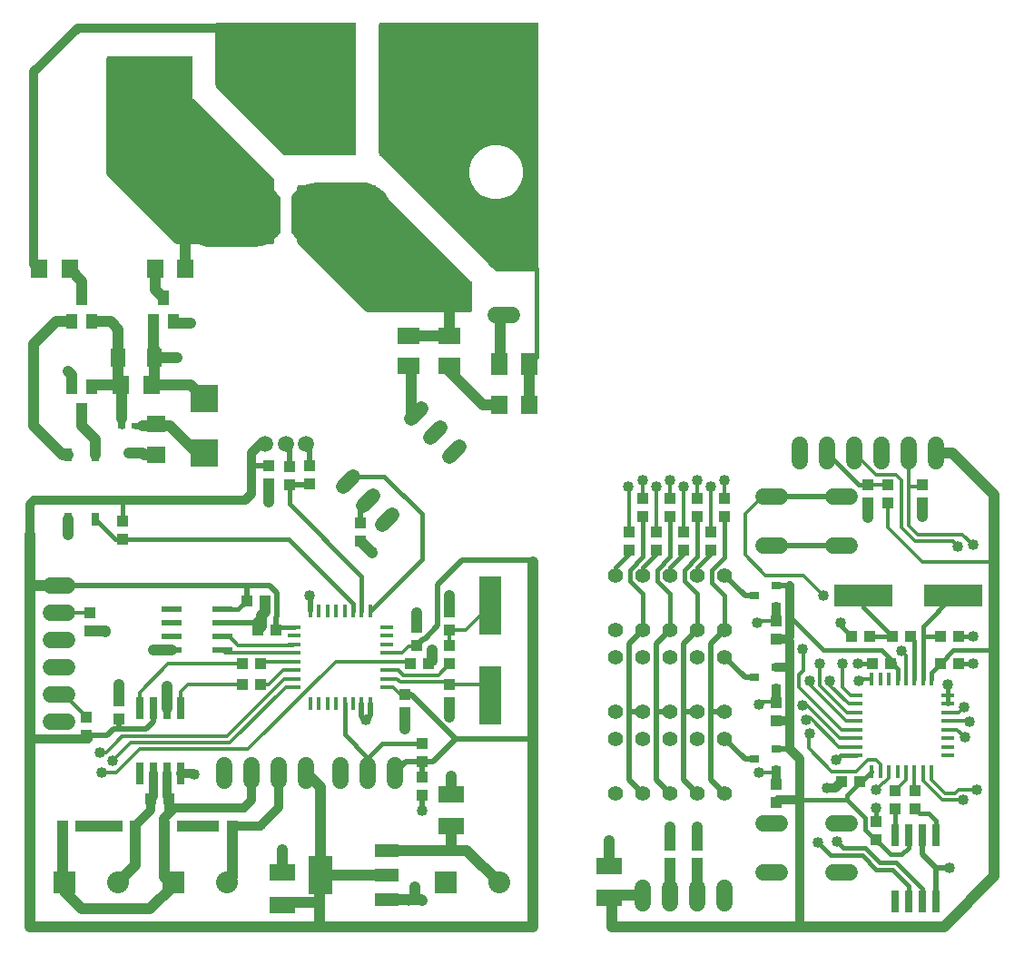
<source format=gbr>
G04 EAGLE Gerber X2 export*
%TF.Part,Single*%
%TF.FileFunction,Copper,L1,Top,Mixed*%
%TF.FilePolarity,Positive*%
%TF.GenerationSoftware,Autodesk,EAGLE,9.1.3*%
%TF.CreationDate,2018-09-12T19:46:09Z*%
G75*
%MOMM*%
%FSLAX34Y34*%
%LPD*%
%AMOC8*
5,1,8,0,0,1.08239X$1,22.5*%
G01*
%ADD10C,1.008000*%
%ADD11C,4.000000*%
%ADD12C,1.500000*%
%ADD13R,1.100000X1.000000*%
%ADD14R,1.000000X1.100000*%
%ADD15R,2.032000X2.032000*%
%ADD16C,2.032000*%
%ADD17R,1.000000X1.400000*%
%ADD18R,1.600000X1.803000*%
%ADD19R,1.803000X1.600000*%
%ADD20R,1.400000X1.800000*%
%ADD21R,0.700000X0.500000*%
%ADD22R,2.500000X2.550000*%
%ADD23R,0.800000X1.200000*%
%ADD24C,1.524000*%
%ADD25C,1.320800*%
%ADD26R,1.600000X1.800000*%
%ADD27R,2.000000X1.600000*%
%ADD28R,1.600000X2.000000*%
%ADD29R,1.200000X0.400000*%
%ADD30R,0.400000X1.200000*%
%ADD31R,2.235200X1.219200*%
%ADD32R,2.200000X3.600000*%
%ADD33R,2.400000X1.600000*%
%ADD34R,2.000000X5.500000*%
%ADD35R,1.981200X0.558800*%
%ADD36R,0.660400X2.032000*%
%ADD37C,1.508000*%
%ADD38C,1.408000*%
%ADD39R,0.900000X0.800000*%
%ADD40R,5.500000X2.000000*%
%ADD41C,1.016000*%
%ADD42C,0.304800*%
%ADD43C,0.812800*%
%ADD44C,0.406400*%
%ADD45C,0.508000*%
%ADD46C,1.016000*%
%ADD47C,1.006400*%
%ADD48C,0.609600*%

G36*
X487826Y626621D02*
X487826Y626621D01*
X487844Y626619D01*
X488026Y626640D01*
X488209Y626659D01*
X488226Y626664D01*
X488243Y626666D01*
X488418Y626723D01*
X488594Y626777D01*
X488609Y626785D01*
X488626Y626791D01*
X488786Y626881D01*
X488948Y626969D01*
X488961Y626980D01*
X488977Y626989D01*
X489116Y627109D01*
X489257Y627226D01*
X489268Y627240D01*
X489282Y627252D01*
X489394Y627397D01*
X489509Y627540D01*
X489517Y627556D01*
X489528Y627570D01*
X489610Y627735D01*
X489695Y627897D01*
X489700Y627914D01*
X489708Y627931D01*
X489755Y628109D01*
X489806Y628284D01*
X489808Y628302D01*
X489812Y628319D01*
X489839Y628650D01*
X489839Y856808D01*
X489837Y856826D01*
X489839Y856844D01*
X489818Y857026D01*
X489799Y857209D01*
X489794Y857226D01*
X489792Y857243D01*
X489735Y857418D01*
X489681Y857594D01*
X489673Y857609D01*
X489667Y857626D01*
X489577Y857786D01*
X489489Y857948D01*
X489478Y857961D01*
X489469Y857977D01*
X489349Y858116D01*
X489232Y858257D01*
X489218Y858268D01*
X489206Y858282D01*
X489061Y858394D01*
X488918Y858509D01*
X488902Y858517D01*
X488888Y858528D01*
X488723Y858610D01*
X488561Y858695D01*
X488544Y858700D01*
X488528Y858708D01*
X488349Y858755D01*
X488174Y858806D01*
X488156Y858808D01*
X488139Y858812D01*
X487808Y858839D01*
X342900Y858839D01*
X342882Y858837D01*
X342864Y858839D01*
X342682Y858818D01*
X342499Y858799D01*
X342482Y858794D01*
X342465Y858792D01*
X342290Y858735D01*
X342114Y858681D01*
X342099Y858673D01*
X342082Y858667D01*
X341922Y858577D01*
X341760Y858489D01*
X341747Y858478D01*
X341731Y858469D01*
X341592Y858349D01*
X341451Y858232D01*
X341440Y858218D01*
X341427Y858206D01*
X341314Y858061D01*
X341199Y857918D01*
X341191Y857902D01*
X341180Y857888D01*
X341098Y857723D01*
X341013Y857561D01*
X341008Y857544D01*
X341000Y857528D01*
X340953Y857349D01*
X340902Y857174D01*
X340900Y857156D01*
X340896Y857139D01*
X340869Y856808D01*
X340869Y736600D01*
X340871Y736573D01*
X340869Y736547D01*
X340891Y736373D01*
X340909Y736199D01*
X340917Y736174D01*
X340920Y736147D01*
X340976Y735982D01*
X341027Y735814D01*
X341040Y735791D01*
X341048Y735766D01*
X341135Y735614D01*
X341219Y735460D01*
X341236Y735440D01*
X341249Y735417D01*
X341464Y735164D01*
X449414Y627214D01*
X449434Y627197D01*
X449452Y627177D01*
X449590Y627069D01*
X449725Y626959D01*
X449749Y626946D01*
X449770Y626930D01*
X449927Y626852D01*
X450081Y626770D01*
X450106Y626762D01*
X450131Y626750D01*
X450300Y626705D01*
X450467Y626655D01*
X450493Y626653D01*
X450519Y626646D01*
X450850Y626619D01*
X487808Y626619D01*
X487826Y626621D01*
G37*
G36*
X225426Y649376D02*
X225426Y649376D01*
X225629Y649390D01*
X230004Y649992D01*
X230015Y649994D01*
X230027Y649995D01*
X230228Y650040D01*
X234459Y651301D01*
X234470Y651306D01*
X234482Y651308D01*
X234673Y651383D01*
X236014Y652019D01*
X241300Y652019D01*
X241318Y652021D01*
X241336Y652019D01*
X241518Y652040D01*
X241701Y652059D01*
X241718Y652064D01*
X241735Y652066D01*
X241910Y652123D01*
X242086Y652177D01*
X242101Y652185D01*
X242118Y652191D01*
X242278Y652281D01*
X242440Y652369D01*
X242453Y652380D01*
X242469Y652389D01*
X242608Y652509D01*
X242749Y652626D01*
X242760Y652640D01*
X242774Y652652D01*
X242886Y652797D01*
X243001Y652940D01*
X243009Y652956D01*
X243020Y652970D01*
X243102Y653135D01*
X243187Y653297D01*
X243192Y653314D01*
X243200Y653331D01*
X243247Y653509D01*
X243298Y653684D01*
X243300Y653702D01*
X243304Y653719D01*
X243331Y654050D01*
X243331Y656598D01*
X245931Y659013D01*
X245939Y659023D01*
X245949Y659030D01*
X246087Y659182D01*
X248826Y662645D01*
X248854Y662690D01*
X248888Y662729D01*
X248944Y662837D01*
X249008Y662939D01*
X249024Y662989D01*
X249049Y663036D01*
X249079Y663153D01*
X249117Y663267D01*
X249122Y663319D01*
X249135Y663370D01*
X249149Y663575D01*
X249149Y695325D01*
X249142Y695390D01*
X249144Y695455D01*
X249122Y695561D01*
X249109Y695668D01*
X249087Y695730D01*
X249074Y695794D01*
X249029Y695892D01*
X248992Y695994D01*
X248956Y696048D01*
X248929Y696107D01*
X248810Y696275D01*
X246022Y699681D01*
X246017Y699686D01*
X246013Y699692D01*
X245871Y699840D01*
X243331Y702153D01*
X243331Y711200D01*
X243329Y711227D01*
X243331Y711253D01*
X243309Y711427D01*
X243291Y711601D01*
X243284Y711626D01*
X243280Y711653D01*
X243225Y711818D01*
X243173Y711986D01*
X243160Y712009D01*
X243152Y712034D01*
X243065Y712186D01*
X242981Y712340D01*
X242964Y712360D01*
X242951Y712383D01*
X242736Y712636D01*
X167131Y788241D01*
X167131Y825500D01*
X167129Y825518D01*
X167131Y825536D01*
X167110Y825718D01*
X167091Y825901D01*
X167086Y825918D01*
X167084Y825935D01*
X167027Y826110D01*
X166973Y826286D01*
X166965Y826301D01*
X166959Y826318D01*
X166869Y826478D01*
X166781Y826640D01*
X166770Y826653D01*
X166761Y826669D01*
X166641Y826808D01*
X166524Y826949D01*
X166510Y826960D01*
X166498Y826974D01*
X166353Y827086D01*
X166210Y827201D01*
X166194Y827209D01*
X166180Y827220D01*
X166015Y827302D01*
X165853Y827387D01*
X165836Y827392D01*
X165820Y827400D01*
X165641Y827447D01*
X165466Y827498D01*
X165448Y827500D01*
X165431Y827504D01*
X165100Y827531D01*
X88900Y827531D01*
X88882Y827529D01*
X88864Y827531D01*
X88682Y827510D01*
X88499Y827491D01*
X88482Y827486D01*
X88465Y827484D01*
X88290Y827427D01*
X88114Y827373D01*
X88099Y827365D01*
X88082Y827359D01*
X87922Y827269D01*
X87760Y827181D01*
X87747Y827170D01*
X87731Y827161D01*
X87592Y827041D01*
X87451Y826924D01*
X87440Y826910D01*
X87427Y826898D01*
X87314Y826753D01*
X87199Y826610D01*
X87191Y826594D01*
X87180Y826580D01*
X87098Y826415D01*
X87013Y826253D01*
X87008Y826236D01*
X87000Y826220D01*
X86953Y826041D01*
X86902Y825866D01*
X86900Y825848D01*
X86896Y825831D01*
X86869Y825500D01*
X86869Y717550D01*
X86871Y717523D01*
X86869Y717497D01*
X86891Y717323D01*
X86909Y717149D01*
X86917Y717124D01*
X86920Y717097D01*
X86976Y716932D01*
X87027Y716764D01*
X87040Y716741D01*
X87048Y716716D01*
X87135Y716564D01*
X87219Y716410D01*
X87236Y716390D01*
X87249Y716367D01*
X87464Y716114D01*
X150964Y652614D01*
X150984Y652597D01*
X151002Y652577D01*
X151140Y652469D01*
X151275Y652359D01*
X151299Y652346D01*
X151320Y652330D01*
X151477Y652252D01*
X151631Y652170D01*
X151656Y652162D01*
X151681Y652150D01*
X151850Y652105D01*
X152017Y652055D01*
X152043Y652053D01*
X152069Y652046D01*
X152400Y652019D01*
X171944Y652019D01*
X175180Y650749D01*
X175189Y650746D01*
X175197Y650742D01*
X175394Y650683D01*
X179558Y649733D01*
X179567Y649731D01*
X179576Y649728D01*
X179779Y649699D01*
X184038Y649380D01*
X184070Y649381D01*
X184150Y649376D01*
X225425Y649376D01*
X225426Y649376D01*
G37*
G36*
X317518Y734571D02*
X317518Y734571D01*
X317536Y734569D01*
X317718Y734590D01*
X317901Y734609D01*
X317918Y734614D01*
X317935Y734616D01*
X318110Y734673D01*
X318286Y734727D01*
X318301Y734735D01*
X318318Y734741D01*
X318478Y734831D01*
X318640Y734919D01*
X318653Y734930D01*
X318669Y734939D01*
X318808Y735059D01*
X318949Y735176D01*
X318960Y735190D01*
X318974Y735202D01*
X319086Y735347D01*
X319201Y735490D01*
X319209Y735506D01*
X319220Y735520D01*
X319302Y735685D01*
X319387Y735847D01*
X319392Y735864D01*
X319400Y735881D01*
X319447Y736059D01*
X319498Y736234D01*
X319500Y736252D01*
X319504Y736269D01*
X319531Y736600D01*
X319531Y856808D01*
X319529Y856826D01*
X319531Y856844D01*
X319510Y857026D01*
X319491Y857209D01*
X319486Y857226D01*
X319484Y857243D01*
X319427Y857418D01*
X319373Y857594D01*
X319365Y857609D01*
X319359Y857626D01*
X319269Y857786D01*
X319181Y857948D01*
X319170Y857961D01*
X319161Y857977D01*
X319041Y858116D01*
X318924Y858257D01*
X318910Y858268D01*
X318898Y858282D01*
X318753Y858394D01*
X318610Y858509D01*
X318594Y858517D01*
X318580Y858528D01*
X318415Y858610D01*
X318253Y858695D01*
X318236Y858700D01*
X318220Y858708D01*
X318041Y858755D01*
X317866Y858806D01*
X317848Y858808D01*
X317831Y858812D01*
X317500Y858839D01*
X190500Y858839D01*
X190482Y858837D01*
X190464Y858839D01*
X190282Y858818D01*
X190099Y858799D01*
X190082Y858794D01*
X190065Y858792D01*
X189890Y858735D01*
X189714Y858681D01*
X189699Y858673D01*
X189682Y858667D01*
X189522Y858577D01*
X189360Y858489D01*
X189347Y858478D01*
X189331Y858469D01*
X189192Y858349D01*
X189051Y858232D01*
X189040Y858218D01*
X189027Y858206D01*
X188914Y858061D01*
X188799Y857918D01*
X188791Y857902D01*
X188780Y857888D01*
X188698Y857723D01*
X188613Y857561D01*
X188608Y857544D01*
X188600Y857528D01*
X188553Y857349D01*
X188502Y857174D01*
X188500Y857156D01*
X188496Y857139D01*
X188469Y856808D01*
X188469Y800100D01*
X188471Y800073D01*
X188469Y800047D01*
X188491Y799873D01*
X188509Y799699D01*
X188517Y799674D01*
X188520Y799647D01*
X188576Y799482D01*
X188627Y799314D01*
X188640Y799291D01*
X188648Y799266D01*
X188735Y799114D01*
X188819Y798960D01*
X188836Y798940D01*
X188849Y798917D01*
X189064Y798664D01*
X252564Y735164D01*
X252584Y735147D01*
X252602Y735127D01*
X252740Y735019D01*
X252875Y734909D01*
X252899Y734896D01*
X252920Y734880D01*
X253077Y734802D01*
X253231Y734720D01*
X253256Y734712D01*
X253281Y734700D01*
X253450Y734655D01*
X253617Y734605D01*
X253643Y734603D01*
X253669Y734596D01*
X254000Y734569D01*
X317500Y734569D01*
X317518Y734571D01*
G37*
G36*
X425468Y588521D02*
X425468Y588521D01*
X425486Y588519D01*
X425668Y588540D01*
X425851Y588559D01*
X425868Y588564D01*
X425885Y588566D01*
X426060Y588623D01*
X426236Y588677D01*
X426251Y588685D01*
X426268Y588691D01*
X426428Y588781D01*
X426590Y588869D01*
X426603Y588880D01*
X426619Y588889D01*
X426758Y589009D01*
X426899Y589126D01*
X426910Y589140D01*
X426924Y589152D01*
X427036Y589297D01*
X427151Y589440D01*
X427159Y589456D01*
X427170Y589470D01*
X427252Y589635D01*
X427337Y589797D01*
X427342Y589814D01*
X427350Y589831D01*
X427397Y590009D01*
X427448Y590184D01*
X427450Y590202D01*
X427454Y590219D01*
X427481Y590550D01*
X427481Y615950D01*
X427479Y615977D01*
X427481Y616003D01*
X427459Y616177D01*
X427441Y616351D01*
X427434Y616376D01*
X427430Y616403D01*
X427375Y616568D01*
X427323Y616736D01*
X427310Y616759D01*
X427302Y616784D01*
X427215Y616936D01*
X427131Y617090D01*
X427114Y617110D01*
X427101Y617133D01*
X426886Y617386D01*
X350006Y694267D01*
X349947Y694388D01*
X349942Y694396D01*
X349939Y694405D01*
X349835Y694582D01*
X347430Y698111D01*
X347423Y698118D01*
X347419Y698126D01*
X347290Y698286D01*
X344385Y701417D01*
X344378Y701423D01*
X344372Y701431D01*
X344221Y701569D01*
X340882Y704232D01*
X340874Y704237D01*
X340867Y704244D01*
X340697Y704358D01*
X338846Y705427D01*
X337986Y706286D01*
X337966Y706303D01*
X337948Y706324D01*
X337810Y706431D01*
X337675Y706541D01*
X337651Y706554D01*
X337630Y706570D01*
X337473Y706648D01*
X337319Y706730D01*
X337294Y706738D01*
X337270Y706750D01*
X337100Y706795D01*
X336933Y706845D01*
X336907Y706847D01*
X336881Y706854D01*
X336550Y706881D01*
X336056Y706881D01*
X332820Y708151D01*
X332811Y708154D01*
X332803Y708158D01*
X332606Y708217D01*
X328443Y709168D01*
X328433Y709169D01*
X328424Y709172D01*
X328221Y709201D01*
X323962Y709520D01*
X323930Y709519D01*
X323850Y709524D01*
X282575Y709524D01*
X282574Y709524D01*
X282371Y709510D01*
X277996Y708909D01*
X277985Y708906D01*
X277973Y708905D01*
X277772Y708860D01*
X273541Y707599D01*
X273530Y707594D01*
X273518Y707592D01*
X273327Y707517D01*
X271986Y706881D01*
X266700Y706881D01*
X266682Y706879D01*
X266664Y706881D01*
X266482Y706860D01*
X266299Y706841D01*
X266282Y706836D01*
X266265Y706834D01*
X266090Y706777D01*
X265914Y706723D01*
X265899Y706715D01*
X265882Y706709D01*
X265722Y706619D01*
X265560Y706531D01*
X265547Y706520D01*
X265531Y706511D01*
X265392Y706391D01*
X265251Y706274D01*
X265240Y706260D01*
X265227Y706248D01*
X265114Y706103D01*
X264999Y705960D01*
X264991Y705944D01*
X264980Y705930D01*
X264898Y705765D01*
X264813Y705603D01*
X264808Y705586D01*
X264800Y705570D01*
X264753Y705391D01*
X264702Y705216D01*
X264700Y705198D01*
X264696Y705181D01*
X264669Y704850D01*
X264669Y702302D01*
X262069Y699887D01*
X262061Y699877D01*
X262051Y699870D01*
X261913Y699718D01*
X259174Y696255D01*
X259146Y696210D01*
X259112Y696171D01*
X259056Y696064D01*
X258992Y695961D01*
X258976Y695911D01*
X258951Y695864D01*
X258921Y695747D01*
X258883Y695633D01*
X258878Y695581D01*
X258865Y695530D01*
X258851Y695325D01*
X258851Y663575D01*
X258858Y663510D01*
X258856Y663445D01*
X258878Y663339D01*
X258891Y663232D01*
X258913Y663170D01*
X258926Y663106D01*
X258971Y663008D01*
X259008Y662906D01*
X259044Y662852D01*
X259071Y662793D01*
X259190Y662625D01*
X261978Y659219D01*
X261983Y659214D01*
X261987Y659208D01*
X262129Y659060D01*
X264669Y656747D01*
X264669Y654050D01*
X264671Y654023D01*
X264669Y653997D01*
X264691Y653823D01*
X264709Y653649D01*
X264717Y653624D01*
X264720Y653597D01*
X264776Y653432D01*
X264827Y653264D01*
X264840Y653241D01*
X264848Y653216D01*
X264935Y653064D01*
X265019Y652910D01*
X265036Y652890D01*
X265049Y652867D01*
X265264Y652614D01*
X328764Y589114D01*
X328784Y589097D01*
X328802Y589077D01*
X328940Y588969D01*
X329075Y588859D01*
X329099Y588846D01*
X329120Y588830D01*
X329277Y588752D01*
X329431Y588670D01*
X329456Y588662D01*
X329481Y588650D01*
X329650Y588605D01*
X329817Y588555D01*
X329843Y588553D01*
X329869Y588546D01*
X330200Y588519D01*
X425450Y588519D01*
X425468Y588521D01*
G37*
%LPC*%
G36*
X446688Y693839D02*
X446688Y693839D01*
X440288Y695554D01*
X434551Y698866D01*
X429866Y703551D01*
X426554Y709288D01*
X424839Y715688D01*
X424839Y722312D01*
X426554Y728712D01*
X429866Y734449D01*
X434551Y739134D01*
X440288Y742446D01*
X446688Y744161D01*
X453312Y744161D01*
X459712Y742446D01*
X465449Y739134D01*
X470134Y734449D01*
X473446Y728712D01*
X475161Y722312D01*
X475161Y715688D01*
X473446Y709288D01*
X470134Y703551D01*
X465449Y698866D01*
X459712Y695554D01*
X453312Y693839D01*
X446688Y693839D01*
G37*
%LPD*%
D10*
X165100Y685800D03*
X342900Y685800D03*
D11*
X324000Y679450D02*
X284000Y679450D01*
X224000Y679450D02*
X184000Y679450D01*
D12*
X234900Y465450D03*
X254000Y465450D03*
X273100Y465450D03*
D10*
X342900Y673100D03*
X165100Y673100D03*
X335750Y663200D03*
X324000Y659450D03*
X310750Y659450D03*
X297500Y659450D03*
X284000Y659450D03*
X272250Y663200D03*
X265000Y673200D03*
X265000Y685700D03*
X272250Y695700D03*
X284000Y699450D03*
X297500Y699450D03*
X310750Y699450D03*
X324000Y699450D03*
X335750Y695700D03*
X172250Y663200D03*
X184000Y659450D03*
X197250Y659450D03*
X210750Y659450D03*
X224000Y659450D03*
X235750Y663200D03*
X243000Y673200D03*
X243000Y685700D03*
X235750Y695700D03*
X224000Y699450D03*
X210750Y699450D03*
X197250Y699450D03*
X184000Y699450D03*
X172250Y695700D03*
D13*
X68263Y210675D03*
X68263Y193675D03*
D14*
X257175Y427500D03*
X257175Y444500D03*
X238125Y445625D03*
X238125Y428625D03*
D13*
X370350Y260350D03*
X387350Y260350D03*
X276225Y445625D03*
X276225Y428625D03*
X323850Y375113D03*
X323850Y392113D03*
D15*
X301200Y812500D03*
D16*
X351200Y812500D03*
D15*
X148800Y812500D03*
D16*
X198800Y812500D03*
D17*
X139700Y601550D03*
X149200Y579550D03*
X130200Y579550D03*
X63500Y601550D03*
X73000Y579550D03*
X54000Y579550D03*
D18*
X131830Y628650D03*
X160270Y628650D03*
X52320Y628650D03*
X23880Y628650D03*
X100080Y520700D03*
X128520Y520700D03*
D19*
X133350Y455680D03*
X133350Y484120D03*
D20*
X97300Y546100D03*
X131300Y546100D03*
D21*
X100950Y482600D03*
X113950Y482600D03*
D22*
X177800Y457350D03*
X177800Y507850D03*
D17*
X63500Y497000D03*
X54000Y519000D03*
X73000Y519000D03*
D23*
X76200Y455450D03*
X50800Y455450D03*
X50800Y395450D03*
X76200Y395450D03*
D13*
X101600Y376700D03*
X101600Y393700D03*
D24*
X449580Y636562D02*
X464820Y636562D01*
X414020Y611162D02*
X398780Y611162D01*
X449580Y585762D02*
X464820Y585762D01*
D25*
X317049Y435520D02*
X307709Y426180D01*
X325670Y408220D02*
X335009Y417559D01*
X388891Y471441D02*
X398230Y480780D01*
X380270Y498741D02*
X370930Y489401D01*
X352970Y399599D02*
X343630Y390259D01*
X406851Y453480D02*
X416191Y462820D01*
D26*
X452725Y501650D03*
X480725Y501650D03*
D27*
X368300Y538450D03*
X368300Y566450D03*
X406400Y538450D03*
X406400Y566450D03*
D28*
X480725Y539750D03*
X452725Y539750D03*
D29*
X347800Y270700D03*
X347800Y278700D03*
X347800Y286700D03*
X347800Y294700D03*
X347800Y262700D03*
X347800Y254700D03*
X347800Y246700D03*
X347800Y238700D03*
D30*
X308800Y309700D03*
X316800Y309700D03*
X324800Y309700D03*
X332800Y309700D03*
X300800Y309700D03*
X292800Y309700D03*
X284800Y309700D03*
X276800Y309700D03*
D29*
X261800Y294700D03*
X261800Y286700D03*
X261800Y278700D03*
X261800Y270700D03*
X261800Y262700D03*
X261800Y254700D03*
X261800Y246700D03*
X261800Y238700D03*
D30*
X276800Y223700D03*
X284800Y223700D03*
X292800Y223700D03*
X300800Y223700D03*
X308800Y223700D03*
X316800Y223700D03*
X324800Y223700D03*
X332800Y223700D03*
D31*
X348488Y40386D03*
X348488Y63500D03*
X348488Y86614D03*
D32*
X286510Y63500D03*
D15*
X402800Y56500D03*
D16*
X452800Y56500D03*
D33*
X407988Y108825D03*
X407988Y138825D03*
X250825Y35800D03*
X250825Y65800D03*
D24*
X50483Y333375D02*
X35243Y333375D01*
X35243Y307975D02*
X50483Y307975D01*
X50483Y282575D02*
X35243Y282575D01*
X35243Y257175D02*
X50483Y257175D01*
X50483Y231775D02*
X35243Y231775D01*
X35243Y206375D02*
X50483Y206375D01*
D34*
X444500Y231050D03*
X444500Y315050D03*
D35*
X147828Y311150D03*
X147828Y298450D03*
X147828Y285750D03*
X147828Y273050D03*
X195072Y273050D03*
X195072Y285750D03*
X195072Y298450D03*
X195072Y311150D03*
D14*
X71438Y290975D03*
X71438Y307975D03*
X406400Y224300D03*
X406400Y241300D03*
X406400Y309100D03*
X406400Y292100D03*
D13*
X406400Y277350D03*
X406400Y260350D03*
D14*
X365125Y214775D03*
X365125Y231775D03*
D13*
X227475Y292100D03*
X244475Y292100D03*
D14*
X376238Y294813D03*
X376238Y277813D03*
D13*
X234488Y319088D03*
X217488Y319088D03*
D36*
X155575Y219647D03*
X155575Y158179D03*
X142875Y219647D03*
X130175Y219647D03*
X142875Y158179D03*
X130175Y158179D03*
X117475Y219647D03*
X117475Y158179D03*
D14*
X98425Y225988D03*
X98425Y208988D03*
X213188Y241300D03*
X230188Y241300D03*
X213188Y260350D03*
X230188Y260350D03*
X128025Y134938D03*
X145025Y134938D03*
D15*
X47200Y56500D03*
D16*
X97200Y56500D03*
D13*
X203763Y109538D03*
X186763Y109538D03*
X140725Y109538D03*
X157725Y109538D03*
D15*
X148800Y56500D03*
D16*
X198800Y56500D03*
D13*
X113275Y109538D03*
X96275Y109538D03*
X45475Y109538D03*
X62475Y109538D03*
D37*
X196850Y151210D02*
X196850Y166290D01*
X222250Y166290D02*
X222250Y151210D01*
X247650Y151210D02*
X247650Y166290D01*
X273050Y166290D02*
X273050Y151210D01*
D38*
X561700Y139700D03*
X587100Y139700D03*
X612500Y139700D03*
X637900Y139700D03*
X663300Y139700D03*
X663300Y190500D03*
X637900Y190500D03*
X612500Y190500D03*
X587100Y190500D03*
X561700Y190500D03*
X561700Y215900D03*
X587100Y215900D03*
X612500Y215900D03*
X637900Y215900D03*
X663300Y215900D03*
X663300Y266700D03*
X637900Y266700D03*
X612500Y266700D03*
X587100Y266700D03*
X561700Y266700D03*
X561700Y292100D03*
X587100Y292100D03*
X612500Y292100D03*
X637900Y292100D03*
X663300Y292100D03*
X663300Y342900D03*
X637900Y342900D03*
X612500Y342900D03*
X587100Y342900D03*
X561700Y342900D03*
D37*
X663300Y51990D02*
X663300Y36910D01*
X637900Y36910D02*
X637900Y51990D01*
X612500Y51990D02*
X612500Y36910D01*
X587100Y36910D02*
X587100Y51990D01*
D13*
X815700Y427600D03*
X815700Y410600D03*
D14*
X796650Y427600D03*
X796650Y410600D03*
D30*
X824400Y246200D03*
X816400Y246200D03*
X808400Y246200D03*
X800400Y246200D03*
X832400Y246200D03*
X840400Y246200D03*
X848400Y246200D03*
X856400Y246200D03*
D29*
X785400Y207200D03*
X785400Y215200D03*
X785400Y223200D03*
X785400Y231200D03*
X785400Y199200D03*
X785400Y191200D03*
X785400Y183200D03*
X785400Y175200D03*
D30*
X800400Y160200D03*
X808400Y160200D03*
X816400Y160200D03*
X824400Y160200D03*
X832400Y160200D03*
X840400Y160200D03*
X848400Y160200D03*
X856400Y160200D03*
D29*
X871400Y175200D03*
X871400Y183200D03*
X871400Y191200D03*
X871400Y199200D03*
X871400Y207200D03*
X871400Y215200D03*
X871400Y223200D03*
X871400Y231200D03*
D13*
X800850Y260350D03*
X817850Y260350D03*
X881350Y260350D03*
X864350Y260350D03*
X772275Y150813D03*
X789275Y150813D03*
D36*
X860150Y100584D03*
X860150Y39116D03*
X847450Y100584D03*
X834750Y100584D03*
X847450Y39116D03*
X834750Y39116D03*
X822050Y100584D03*
X822050Y39116D03*
D14*
X804588Y113275D03*
X804588Y96275D03*
D13*
X841100Y124850D03*
X841100Y141850D03*
X822050Y124850D03*
X822050Y141850D03*
D14*
X612500Y74050D03*
X612500Y91050D03*
X637900Y74050D03*
X637900Y91050D03*
D33*
X555350Y42150D03*
X555350Y72150D03*
D13*
X599800Y366150D03*
X599800Y383150D03*
X587100Y397900D03*
X587100Y414900D03*
X574400Y366150D03*
X574400Y383150D03*
X663300Y397900D03*
X663300Y414900D03*
X650600Y366150D03*
X650600Y383150D03*
X637900Y397900D03*
X637900Y414900D03*
X625200Y366150D03*
X625200Y383150D03*
X612500Y397900D03*
X612500Y414900D03*
D39*
X711400Y161950D03*
X711400Y180950D03*
X691400Y171450D03*
X711400Y238150D03*
X711400Y257150D03*
X691400Y247650D03*
X711400Y314350D03*
X711400Y333350D03*
X691400Y323850D03*
D13*
X710925Y131200D03*
X710925Y148200D03*
X710925Y207400D03*
X710925Y224400D03*
X710925Y283600D03*
X710925Y300600D03*
D24*
X860150Y449580D02*
X860150Y464820D01*
X834750Y464820D02*
X834750Y449580D01*
X809350Y449580D02*
X809350Y464820D01*
X783950Y464820D02*
X783950Y449580D01*
X758550Y449580D02*
X758550Y464820D01*
X733150Y464820D02*
X733150Y449580D01*
D14*
X847450Y410600D03*
X847450Y427600D03*
D40*
X876750Y323850D03*
X792750Y323850D03*
D13*
X881350Y285750D03*
X864350Y285750D03*
X781800Y285750D03*
X798800Y285750D03*
D14*
X819900Y285750D03*
X836900Y285750D03*
D37*
X779540Y66400D02*
X764460Y66400D01*
X714540Y66400D02*
X699460Y66400D01*
X764460Y111400D02*
X779540Y111400D01*
X714540Y111400D02*
X699460Y111400D01*
X764460Y371200D02*
X779540Y371200D01*
X714540Y371200D02*
X699460Y371200D01*
X764460Y416200D02*
X779540Y416200D01*
X714540Y416200D02*
X699460Y416200D01*
X304800Y166290D02*
X304800Y151210D01*
X330200Y151210D02*
X330200Y166290D01*
X355600Y166290D02*
X355600Y151210D01*
D13*
X381000Y186300D03*
X381000Y169300D03*
D14*
X381000Y154550D03*
X381000Y137550D03*
D41*
X484760Y19050D02*
X484760Y15240D01*
X484760Y19050D02*
X484760Y190500D01*
X484760Y355600D01*
X15240Y336550D02*
X15240Y381000D01*
X15240Y336550D02*
X15240Y212725D01*
D42*
X368438Y277050D02*
X375475Y277050D01*
X364550Y232350D02*
X360500Y232350D01*
X364550Y232350D02*
X365125Y231775D01*
X360500Y232350D02*
X354150Y238700D01*
X347800Y238700D01*
X362088Y270700D02*
X368438Y277050D01*
X362088Y270700D02*
X347800Y270700D01*
D41*
X15240Y212725D02*
X15240Y190500D01*
X15240Y184150D01*
X15240Y15240D01*
D43*
X15240Y381000D02*
X15240Y408940D01*
X19050Y412750D01*
X101600Y412750D01*
X114300Y412750D01*
X215900Y412750D01*
X222250Y419100D01*
X222250Y444500D01*
X222250Y457200D01*
X230500Y465450D01*
X234900Y465450D01*
D42*
X376238Y277813D02*
X375475Y277050D01*
D44*
X261800Y294700D02*
X247075Y294700D01*
X244475Y292100D01*
X209550Y311150D02*
X195072Y311150D01*
X209550Y311150D02*
X217488Y319088D01*
D41*
X285750Y15240D02*
X15240Y15240D01*
X285750Y15240D02*
X298450Y15240D01*
X484760Y15240D01*
X348488Y63500D02*
X286510Y63500D01*
X285750Y62740D01*
X285750Y38100D01*
X285750Y15240D01*
X253125Y38100D02*
X250825Y35800D01*
X253125Y38100D02*
X285750Y38100D01*
D43*
X69850Y190500D02*
X15240Y190500D01*
D45*
X130175Y206375D02*
X130175Y219647D01*
X123825Y200025D02*
X104775Y200025D01*
X93663Y200025D01*
X123825Y200025D02*
X130175Y206375D01*
X98425Y208988D02*
X98425Y200025D01*
D41*
X42863Y333375D02*
X18415Y333375D01*
X15240Y336550D01*
D45*
X376238Y277813D02*
X382150Y283725D01*
X383552Y283725D01*
X395732Y295904D01*
X395732Y334301D01*
X418618Y357188D02*
X484188Y357188D01*
X418618Y357188D02*
X395732Y334301D01*
X370555Y232213D02*
X365563Y232213D01*
X370555Y232213D02*
X412268Y190500D01*
X484760Y190500D01*
X244475Y292100D02*
X244475Y303770D01*
X245576Y304871D02*
X245576Y326402D01*
X245576Y304871D02*
X244475Y303770D01*
X245576Y326402D02*
X238603Y333375D01*
X215900Y333375D02*
X42863Y333375D01*
X215900Y333375D02*
X238603Y333375D01*
X217488Y331788D02*
X217488Y319088D01*
X217488Y331788D02*
X215900Y333375D01*
D41*
X273050Y158750D02*
X286510Y145290D01*
X286510Y63500D01*
D43*
X69850Y190500D02*
X68263Y192088D01*
D45*
X365125Y231775D02*
X365563Y232213D01*
D43*
X68263Y193675D02*
X68263Y192088D01*
D44*
X484188Y356173D02*
X484188Y357188D01*
X484188Y356173D02*
X484760Y355600D01*
D45*
X238125Y445625D02*
X223375Y445625D01*
X222250Y444500D01*
D44*
X101600Y412750D02*
X101600Y393700D01*
D45*
X104775Y200025D02*
X98425Y200025D01*
X93663Y200025D02*
X87313Y193675D01*
X68263Y193675D01*
X391068Y169300D02*
X412268Y190500D01*
X391068Y169300D02*
X381000Y169300D01*
X366150Y169300D01*
X355600Y158750D01*
X381000Y154550D02*
X381000Y169300D01*
D41*
X171450Y109538D02*
X157725Y109538D01*
D46*
X171450Y109538D03*
X85725Y290513D03*
X376238Y307975D03*
D41*
X406400Y309100D02*
X406718Y309418D01*
X406718Y323850D01*
D46*
X406718Y323850D03*
D41*
X50800Y381000D02*
X50800Y395450D01*
D46*
X50800Y381000D03*
D41*
X406400Y224300D02*
X406718Y223982D01*
X406718Y211138D01*
D46*
X406718Y211138D03*
X365125Y200025D03*
D41*
X79375Y109538D02*
X62475Y109538D01*
D46*
X79375Y109538D03*
D41*
X96275Y109538D01*
X365125Y200025D02*
X365125Y214775D01*
X376238Y294813D02*
X376238Y307975D01*
X390525Y273050D02*
X390525Y263525D01*
D46*
X390525Y273050D03*
D41*
X147828Y273050D02*
X130175Y273050D01*
D46*
X130175Y273050D03*
D45*
X332800Y223700D02*
X332800Y212150D01*
X328613Y207963D01*
D46*
X328613Y207963D03*
D45*
X324800Y211775D02*
X324800Y223700D01*
X324800Y211775D02*
X328613Y207963D01*
X276800Y323275D02*
X276225Y323850D01*
D46*
X276225Y323850D03*
D45*
X257175Y444500D02*
X257175Y462275D01*
D43*
X334963Y365125D02*
X334963Y364000D01*
D46*
X334963Y365125D03*
D45*
X257175Y462275D02*
X254000Y465450D01*
X390525Y263525D02*
X387350Y260350D01*
D41*
X230847Y295472D02*
X227475Y292100D01*
X230847Y295472D02*
X230847Y305229D01*
X234488Y308870D01*
X234488Y319088D01*
D46*
X231775Y306388D03*
D45*
X276800Y309700D02*
X276800Y323275D01*
D46*
X98425Y241300D03*
X142875Y239713D03*
X168275Y157163D03*
D41*
X142875Y219647D02*
X142875Y239713D01*
X98425Y241300D02*
X98425Y225988D01*
D45*
X195072Y298450D02*
X224068Y298450D01*
X230847Y305229D01*
D41*
X323850Y375113D02*
X334963Y364000D01*
D46*
X250825Y87313D03*
X368300Y39688D03*
X381000Y39688D03*
D41*
X374650Y40386D02*
X348488Y40386D01*
X374650Y40386D02*
X380302Y40386D01*
X381000Y39688D01*
X250825Y65800D02*
X250825Y87313D01*
D43*
X230847Y305460D02*
X231775Y306388D01*
X230847Y305460D02*
X230847Y305229D01*
D46*
X238125Y411163D03*
D41*
X238125Y428625D01*
D46*
X374650Y52388D03*
D41*
X374650Y40386D01*
X85263Y290975D02*
X71438Y290975D01*
X85263Y290975D02*
X85725Y290513D01*
X171450Y109538D02*
X186763Y109538D01*
X407988Y138825D02*
X407988Y155575D01*
D46*
X407988Y155575D03*
D43*
X167259Y158179D02*
X155575Y158179D01*
X167259Y158179D02*
X168275Y157163D01*
D45*
X381000Y137550D02*
X381000Y123825D01*
D46*
X381000Y123825D03*
D45*
X275100Y427500D02*
X257175Y427500D01*
X275100Y427500D02*
X276225Y428625D01*
D44*
X324800Y341950D02*
X324800Y309700D01*
X324800Y341950D02*
X257175Y409575D01*
X257175Y427500D01*
D45*
X276225Y445625D02*
X276225Y462325D01*
X273100Y465450D01*
D41*
X139700Y601550D02*
X131830Y609420D01*
X131830Y628650D01*
X63500Y617470D02*
X63500Y601550D01*
X63500Y617470D02*
X52320Y628650D01*
D47*
X92075Y577850D03*
X165100Y577850D03*
D41*
X150900Y577850D01*
X149200Y579550D01*
X97300Y546100D02*
X97300Y523480D01*
X100080Y520700D01*
X74700Y520700D01*
X73000Y519000D01*
D48*
X100950Y488950D02*
X100950Y482600D01*
D41*
X100950Y519830D02*
X100080Y520700D01*
X100950Y519830D02*
X100950Y488950D01*
X90375Y579550D02*
X73000Y579550D01*
X90375Y579550D02*
X92075Y577850D01*
X97300Y572625D01*
X97300Y546100D01*
X131300Y546100D02*
X131300Y554500D01*
X130175Y555625D01*
X130175Y579525D01*
X130200Y579550D01*
D47*
X152400Y546100D03*
D41*
X131300Y546100D02*
X131300Y523480D01*
X128520Y520700D01*
X131300Y546100D02*
X152400Y546100D01*
X141370Y520550D02*
X165100Y520550D01*
X141370Y520550D02*
X141220Y520700D01*
X54000Y579550D02*
X39800Y579550D01*
D47*
X39800Y579550D03*
D41*
X19050Y482600D02*
X46200Y455450D01*
X19050Y482600D02*
X19050Y558800D01*
X165100Y520550D02*
X177800Y507850D01*
X141220Y520700D02*
X128520Y520700D01*
X50800Y455450D02*
X46200Y455450D01*
X19050Y558800D02*
X39800Y579550D01*
D48*
X113950Y482600D02*
X120650Y482600D01*
D41*
X146050Y482600D02*
X171300Y457350D01*
X146050Y482600D02*
X134870Y482600D01*
X133350Y484120D01*
X131830Y482600D01*
X120650Y482600D01*
X171300Y457350D02*
X177800Y457350D01*
X133350Y455680D02*
X122170Y455680D01*
X120650Y457200D01*
X107950Y457200D01*
D47*
X107950Y457200D03*
X50800Y533400D03*
D41*
X54000Y530200D02*
X54000Y519000D01*
X54000Y530200D02*
X50800Y533400D01*
X76200Y469900D02*
X76200Y455450D01*
X76200Y469900D02*
X63500Y482600D01*
X63500Y497000D01*
D44*
X316800Y316884D02*
X316800Y309700D01*
X316800Y316884D02*
X256984Y376700D01*
X101600Y376700D01*
X94950Y376700D02*
X76200Y395450D01*
X94950Y376700D02*
X101600Y376700D01*
D41*
X370930Y489401D02*
X370930Y535820D01*
X368300Y538450D01*
X438150Y501650D02*
X452725Y501650D01*
X438150Y501650D02*
X406400Y533400D01*
X406400Y538450D01*
X454025Y541050D02*
X454025Y582587D01*
X454025Y541050D02*
X452725Y539750D01*
X454025Y582587D02*
X457200Y585762D01*
D44*
X381000Y357900D02*
X332800Y309700D01*
X381000Y357900D02*
X381000Y400050D01*
X345530Y435520D01*
X317049Y435520D01*
D41*
X368300Y566450D02*
X406400Y566450D01*
X406400Y611162D01*
D46*
X355600Y679450D03*
X355600Y654050D03*
X374650Y654050D03*
X298450Y635000D03*
X317500Y635000D03*
X336550Y635000D03*
X355600Y635000D03*
X374650Y635000D03*
X393700Y635000D03*
X317500Y615950D03*
X336550Y615950D03*
X355600Y615950D03*
X374650Y615950D03*
X336550Y596900D03*
X355600Y596900D03*
X374650Y596900D03*
X393700Y596900D03*
X412750Y596900D03*
D41*
X480725Y539750D02*
X480725Y501650D01*
D44*
X480725Y539750D02*
X487808Y546833D01*
X487808Y628650D01*
X479896Y636562D01*
X457200Y636562D01*
D46*
X349250Y850900D03*
X368300Y850900D03*
X387350Y850900D03*
X406400Y850900D03*
X425450Y850900D03*
X444500Y850900D03*
X463550Y850900D03*
X482600Y850900D03*
X349250Y831850D03*
X368300Y831850D03*
X387350Y831850D03*
X406400Y831850D03*
X425450Y831850D03*
X444500Y831850D03*
X463550Y831850D03*
X482600Y831850D03*
X387350Y812800D03*
X406400Y812800D03*
X425450Y812800D03*
X444500Y812800D03*
X463550Y812800D03*
X482600Y812800D03*
X349250Y793750D03*
X368300Y793750D03*
X387350Y793750D03*
X406400Y793750D03*
X425450Y793750D03*
X444500Y793750D03*
X463550Y793750D03*
X482600Y793750D03*
X349250Y774700D03*
X368300Y774700D03*
X387350Y774700D03*
X406400Y774700D03*
X425450Y774700D03*
X444500Y774700D03*
X463550Y774700D03*
X482600Y774700D03*
X349250Y755650D03*
X368300Y755650D03*
X387350Y755650D03*
X406400Y755650D03*
X425450Y755650D03*
X444500Y755650D03*
X463550Y755650D03*
X482600Y755650D03*
X482600Y736600D03*
X406400Y736600D03*
X387350Y736600D03*
X368300Y736600D03*
X349250Y736600D03*
X368300Y717550D03*
X387350Y717550D03*
X406400Y717550D03*
X387350Y698500D03*
X406400Y698500D03*
X425450Y698500D03*
X482600Y698500D03*
X482600Y717550D03*
X406400Y679450D03*
X425450Y679450D03*
X444500Y679450D03*
X463550Y679450D03*
X482600Y679450D03*
X425450Y660400D03*
X444500Y660400D03*
X463550Y660400D03*
X482600Y660400D03*
X368300Y812800D03*
X482600Y641350D03*
D41*
X198800Y812500D02*
X198800Y842600D01*
D43*
X59882Y853632D02*
X19050Y812800D01*
X198800Y842600D02*
X198800Y848950D01*
X194118Y853632D02*
X59882Y853632D01*
X194118Y853632D02*
X196850Y850900D01*
X198800Y848950D01*
D46*
X196850Y850900D03*
X215900Y850900D03*
X234950Y850900D03*
X254000Y850900D03*
X273050Y850900D03*
X292100Y850900D03*
X311150Y850900D03*
X311150Y831850D03*
X292100Y831850D03*
X273050Y831850D03*
X254000Y831850D03*
X234950Y831850D03*
X215900Y831850D03*
X234950Y812800D03*
X254000Y812800D03*
X273050Y812800D03*
X215900Y793750D03*
X234950Y793750D03*
X254000Y793750D03*
X273050Y793750D03*
X292100Y793750D03*
X311150Y793750D03*
X234950Y774700D03*
X254000Y774700D03*
X273050Y774700D03*
X292100Y774700D03*
X311150Y774700D03*
X254000Y755650D03*
X273050Y755650D03*
X292100Y755650D03*
X311150Y755650D03*
X196850Y831850D03*
X215900Y812800D03*
D43*
X19050Y812800D02*
X19050Y633480D01*
X23880Y628650D01*
D41*
X160270Y628650D02*
X160270Y671580D01*
X158750Y673100D01*
X165100Y679450D01*
X184000Y679450D01*
D46*
X95250Y781050D03*
X95250Y819150D03*
X114300Y819150D03*
X114300Y800100D03*
X95250Y800100D03*
X114300Y781050D03*
X133350Y781050D03*
X152400Y781050D03*
X95250Y762000D03*
X114300Y762000D03*
X133350Y762000D03*
X152400Y762000D03*
X171450Y762000D03*
X95250Y742950D03*
X114300Y742950D03*
X133350Y742950D03*
X152400Y742950D03*
X171450Y742950D03*
X190500Y742950D03*
X95250Y723900D03*
X114300Y723900D03*
X133350Y723900D03*
X152400Y723900D03*
X171450Y723900D03*
X190500Y723900D03*
X209550Y723900D03*
X114300Y704850D03*
X133350Y704850D03*
X152400Y704850D03*
X133350Y685800D03*
X152400Y685800D03*
X152400Y666750D03*
X133350Y819150D03*
X133350Y800100D03*
D41*
X348488Y86614D02*
X400050Y86614D01*
X411163Y86614D02*
X422686Y86614D01*
X452800Y56500D01*
X407988Y86614D02*
X407988Y108825D01*
X407988Y86614D02*
X411163Y86614D01*
X407988Y86614D02*
X400050Y86614D01*
D42*
X71438Y307975D02*
X69850Y307975D01*
X42863Y307975D01*
X253863Y238700D02*
X261800Y238700D01*
X109030Y186817D02*
X92075Y169863D01*
D46*
X92075Y169863D03*
D42*
X109030Y186817D02*
X201980Y186817D01*
X253863Y238700D01*
X252704Y246700D02*
X261800Y246700D01*
X252704Y246700D02*
X234777Y228773D01*
X198917Y192913D01*
X101252Y192913D01*
D46*
X80963Y177800D03*
D42*
X96251Y187912D02*
X101252Y192913D01*
X96251Y187912D02*
X86139Y177800D01*
X80963Y177800D01*
X347800Y262700D02*
X368000Y262700D01*
X370350Y260350D01*
X347800Y262700D02*
X300800Y262700D01*
X47163Y231775D02*
X42863Y231775D01*
X47163Y231775D02*
X68263Y210675D01*
X117475Y180721D02*
X218821Y180721D01*
X300800Y262700D01*
X117475Y180721D02*
X95504Y158750D01*
X82550Y158750D01*
D46*
X82550Y158750D03*
D42*
X406400Y277350D02*
X406400Y292100D01*
X421550Y292100D01*
X444500Y315050D01*
X404175Y243525D02*
X360500Y243525D01*
X404175Y243525D02*
X406400Y241300D01*
X434250Y241300D01*
X444500Y231050D01*
X360500Y243525D02*
X357325Y246700D01*
X347800Y246700D01*
X363675Y249938D02*
X395988Y249938D01*
X406400Y260350D01*
X363675Y249938D02*
X358913Y254700D01*
X347800Y254700D01*
X261800Y270700D02*
X197422Y270700D01*
X195072Y273050D01*
X261069Y277969D02*
X261800Y278700D01*
X201613Y285750D02*
X195072Y285750D01*
X201613Y285750D02*
X209394Y277969D01*
X261069Y277969D01*
X261800Y254700D02*
X251525Y254700D01*
X238125Y241300D02*
X230188Y241300D01*
X238125Y241300D02*
X251525Y254700D01*
X261800Y262700D02*
X232538Y262700D01*
X230188Y260350D01*
D43*
X128025Y124288D02*
X113275Y109538D01*
X128025Y124288D02*
X128025Y134938D01*
X130175Y137088D02*
X130175Y158179D01*
X130175Y137088D02*
X128025Y134938D01*
D41*
X113275Y109538D02*
X113275Y72575D01*
X97200Y56500D01*
X198800Y56500D02*
X203763Y61463D01*
X203763Y109538D01*
D43*
X230188Y109538D01*
X247650Y127000D01*
X247650Y158750D01*
D42*
X162388Y241300D02*
X155575Y234488D01*
X162388Y241300D02*
X213188Y241300D01*
X155575Y234488D02*
X155575Y219647D01*
X117475Y233428D02*
X144397Y260350D01*
X213188Y260350D01*
X117475Y233428D02*
X117475Y219647D01*
D43*
X145025Y134938D02*
X145025Y121213D01*
X139700Y115888D01*
X139700Y110563D01*
X140725Y109538D01*
X142875Y137088D02*
X142875Y158179D01*
X142875Y137088D02*
X145025Y134938D01*
D41*
X47200Y56500D02*
X47200Y48050D01*
X63500Y31750D01*
X127000Y31750D01*
X148800Y53550D01*
X148800Y56500D01*
X45475Y58225D02*
X45475Y109538D01*
X45475Y58225D02*
X47200Y56500D01*
X140725Y61625D02*
X140725Y109538D01*
X140725Y61625D02*
X148800Y53550D01*
D43*
X215392Y126492D02*
X222250Y133350D01*
X222250Y158750D01*
X150305Y126492D02*
X145025Y121213D01*
X150305Y126492D02*
X215392Y126492D01*
D45*
X323850Y392113D02*
X323850Y406400D01*
X335009Y417559D01*
D41*
X612500Y74050D02*
X612500Y44450D01*
D44*
X791332Y81788D02*
X804794Y68326D01*
X791332Y81788D02*
X762487Y81788D01*
D46*
X750613Y93663D03*
D44*
X834750Y53442D02*
X834750Y39116D01*
X819866Y68326D02*
X804794Y68326D01*
X819866Y68326D02*
X834750Y53442D01*
X762487Y81788D02*
X750613Y93663D01*
X841100Y124850D02*
X845300Y120650D01*
X853800Y120650D01*
X860150Y114300D01*
X860150Y100584D01*
X822050Y100584D02*
X822050Y124850D01*
D41*
X637900Y74050D02*
X637900Y44450D01*
D44*
X847450Y39116D02*
X847450Y50800D01*
X822812Y75438D01*
X794278Y88900D02*
X773557Y88900D01*
X807740Y75438D02*
X822812Y75438D01*
X807740Y75438D02*
X794278Y88900D01*
D46*
X768075Y94382D03*
D44*
X773557Y88900D01*
D42*
X832400Y152200D02*
X832400Y160200D01*
X832400Y152200D02*
X822050Y141850D01*
X840400Y142550D02*
X840400Y160200D01*
X840400Y142550D02*
X841100Y141850D01*
D44*
X848400Y246200D02*
X848400Y285750D01*
X848400Y295500D01*
X876750Y323850D01*
X864350Y285750D02*
X848400Y285750D01*
X840400Y282250D02*
X836900Y285750D01*
X840400Y282250D02*
X840400Y246200D01*
X824400Y246200D02*
X824400Y255841D01*
X820970Y259270D01*
X819891Y260350D01*
X856400Y252400D02*
X864350Y260350D01*
X856400Y252400D02*
X856400Y246200D01*
X800400Y160200D02*
X791013Y150813D01*
D42*
X790300Y150813D01*
X789275Y150813D01*
D44*
X817850Y260350D02*
X819891Y260350D01*
D41*
X914760Y355600D02*
X914760Y381000D01*
X914760Y387350D02*
X914760Y400050D01*
X593450Y15240D02*
X587100Y15240D01*
X593450Y15240D02*
X723625Y15240D01*
X726800Y15240D02*
X733150Y15240D01*
D43*
X723625Y180950D02*
X723625Y209550D01*
X723625Y323850D02*
X723625Y333350D01*
D45*
X723625Y180950D02*
X711400Y180950D01*
X711400Y333350D02*
X723625Y333350D01*
D44*
X820970Y261430D02*
X820970Y259270D01*
X820970Y261430D02*
X809350Y273050D01*
D41*
X726800Y15240D02*
X723625Y15240D01*
D44*
X755375Y273050D02*
X809350Y273050D01*
X755375Y273050D02*
X723625Y304800D01*
D43*
X723625Y323850D01*
D44*
X864350Y261034D02*
X876366Y273050D01*
X904600Y273050D01*
X864350Y261034D02*
X864350Y260350D01*
D41*
X914760Y381000D02*
X914760Y387350D01*
X587100Y44450D02*
X557650Y44450D01*
X555350Y42150D01*
D43*
X723625Y180950D02*
X733150Y171425D01*
X733150Y133350D01*
X733150Y15240D01*
D44*
X807481Y93381D02*
X804588Y96275D01*
X807481Y93381D02*
X818313Y82550D01*
X828400Y82550D02*
X834750Y88900D01*
X834750Y100584D01*
X828400Y82550D02*
X818313Y82550D01*
X777600Y133350D02*
X733150Y133350D01*
X794508Y105671D02*
X806797Y93381D01*
X794508Y116443D02*
X777600Y133350D01*
X794508Y116443D02*
X794508Y105671D01*
X806797Y93381D02*
X807481Y93381D01*
X777600Y133350D02*
X777600Y138113D01*
X790300Y150813D01*
D43*
X713075Y133350D02*
X710925Y131200D01*
X713075Y133350D02*
X733150Y133350D01*
X721475Y207400D02*
X710925Y207400D01*
X721475Y207400D02*
X723625Y209550D01*
X721475Y283600D02*
X710925Y283600D01*
D41*
X587100Y15240D02*
X557890Y15240D01*
X557650Y15480D01*
X557650Y44450D01*
D42*
X847450Y355600D02*
X914760Y355600D01*
X847450Y355600D02*
X815700Y387350D01*
X815700Y410600D01*
D41*
X914760Y355600D02*
X914760Y273050D01*
D44*
X904600Y273050D01*
D43*
X723625Y257175D02*
X723625Y209550D01*
X723625Y257175D02*
X723625Y281450D01*
X721475Y283600D01*
X723625Y285750D02*
X723625Y304800D01*
X723625Y285750D02*
X721475Y283600D01*
X723600Y257150D02*
X711400Y257150D01*
X723600Y257150D02*
X723625Y257175D01*
D41*
X733150Y15240D02*
X867581Y15240D01*
X914760Y62419D01*
X914760Y273050D01*
X914760Y417990D02*
X875550Y457200D01*
X914760Y417990D02*
X914760Y400050D01*
X875550Y457200D02*
X860150Y457200D01*
D44*
X771250Y444500D02*
X771250Y444319D01*
X771250Y444500D02*
X758550Y457200D01*
X787969Y427600D02*
X796650Y427600D01*
X787969Y427600D02*
X771250Y444319D01*
D46*
X828400Y272255D03*
D42*
X832400Y268255D01*
X832400Y246200D01*
X815700Y427600D02*
X796650Y427600D01*
D44*
X767524Y170899D02*
X767449Y170899D01*
D46*
X767449Y170899D03*
D44*
X771825Y175200D02*
X785400Y175200D01*
X771825Y175200D02*
X767524Y170899D01*
D46*
X871263Y241300D03*
D44*
X800850Y260350D02*
X787125Y260350D01*
D46*
X787125Y260350D03*
D44*
X881350Y260350D02*
X895075Y260350D01*
D46*
X895075Y260350D03*
D44*
X895075Y285750D02*
X881350Y285750D01*
D46*
X895075Y285750D03*
D44*
X771250Y296300D02*
X771250Y298450D01*
D46*
X771250Y298450D03*
D44*
X771250Y296300D02*
X781800Y285750D01*
D41*
X555350Y95250D02*
X555350Y72150D01*
D46*
X555350Y95250D03*
D41*
X612500Y91050D02*
X612500Y107950D01*
D46*
X612500Y107950D03*
D41*
X637900Y107950D02*
X637900Y91050D01*
D46*
X637900Y107950D03*
X804588Y126492D03*
D44*
X804588Y113275D01*
D46*
X872850Y69850D03*
D43*
X765925Y144463D02*
X758550Y144463D01*
D46*
X758550Y144463D03*
D45*
X847450Y100584D02*
X847450Y82550D01*
D43*
X772275Y150813D02*
X765925Y144463D01*
D44*
X871263Y231338D02*
X871263Y241300D01*
X871400Y231200D02*
X871400Y223200D01*
X871400Y231200D02*
X871263Y231338D01*
D41*
X796650Y396875D02*
X796650Y410600D01*
D46*
X796650Y396875D03*
D41*
X847450Y397510D02*
X847450Y410600D01*
D46*
X847450Y397510D03*
D45*
X847450Y82550D02*
X860150Y69850D01*
X860150Y39116D01*
X860150Y69850D02*
X872850Y69850D01*
X772000Y371200D02*
X707000Y371200D01*
D44*
X561700Y350275D02*
X561700Y342900D01*
X561700Y350275D02*
X574400Y362975D01*
X574400Y366150D01*
X587100Y350275D02*
X599800Y362975D01*
X587100Y350275D02*
X587100Y342900D01*
X599800Y362975D02*
X599800Y366150D01*
X612500Y350275D02*
X625200Y362975D01*
X612500Y350275D02*
X612500Y342900D01*
X625200Y362975D02*
X625200Y366150D01*
D45*
X650600Y152400D02*
X663300Y139700D01*
X650600Y279400D02*
X663300Y292100D01*
X650600Y215900D02*
X650600Y152400D01*
X650600Y215900D02*
X650600Y279400D01*
X650600Y215900D02*
X663300Y215900D01*
D44*
X663300Y360040D02*
X663300Y397900D01*
X663300Y360040D02*
X651180Y347920D01*
X651180Y335970D02*
X663300Y323850D01*
X663300Y292100D01*
X651180Y335970D02*
X651180Y347920D01*
D45*
X625200Y152400D02*
X637900Y139700D01*
X625200Y279400D02*
X637900Y292100D01*
X625200Y215900D02*
X625200Y152400D01*
X625200Y215900D02*
X625200Y279400D01*
X625200Y215900D02*
X637900Y215900D01*
D44*
X637900Y360333D02*
X637900Y397900D01*
X637900Y325760D02*
X637900Y292100D01*
X637900Y325760D02*
X625780Y337880D01*
X625780Y348213D02*
X637900Y360333D01*
X625780Y348213D02*
X625780Y337880D01*
D45*
X574400Y152400D02*
X587100Y139700D01*
X574400Y152400D02*
X574400Y215900D01*
X574400Y279400D01*
X587100Y292100D01*
X587100Y215900D02*
X574400Y215900D01*
D44*
X587100Y360333D02*
X587100Y397900D01*
X587100Y325760D02*
X587100Y292100D01*
X587100Y325760D02*
X574980Y337880D01*
X574980Y348213D02*
X587100Y360333D01*
X574980Y348213D02*
X574980Y337880D01*
D45*
X599800Y152400D02*
X612500Y139700D01*
X599800Y279400D02*
X612500Y292100D01*
X599800Y215900D02*
X599800Y152400D01*
X599800Y215900D02*
X599800Y279400D01*
X599800Y215900D02*
X612500Y215900D01*
D44*
X612500Y360333D02*
X612500Y397900D01*
X612500Y325760D02*
X612500Y292100D01*
X612500Y325760D02*
X600380Y337880D01*
X600380Y348213D02*
X612500Y360333D01*
X600380Y348213D02*
X600380Y337880D01*
X637900Y350275D02*
X650600Y362975D01*
X637900Y350275D02*
X637900Y342900D01*
X650600Y362975D02*
X650600Y366150D01*
D45*
X682350Y171450D02*
X691400Y171450D01*
X682350Y171450D02*
X663300Y190500D01*
X682350Y247650D02*
X691400Y247650D01*
X682350Y247650D02*
X663300Y266700D01*
X682350Y323850D02*
X691400Y323850D01*
X682350Y323850D02*
X663300Y342900D01*
D42*
X772838Y239000D02*
X780638Y231200D01*
X772838Y239000D02*
X772838Y260350D01*
D46*
X772838Y260350D03*
D42*
X780638Y231200D02*
X785400Y231200D01*
X663300Y414900D02*
X663300Y431800D01*
D46*
X663300Y431800D03*
D42*
X778934Y223200D02*
X785400Y223200D01*
D46*
X761598Y244475D03*
D42*
X761598Y240536D02*
X778934Y223200D01*
X761598Y240536D02*
X761598Y244475D01*
X650600Y383150D02*
X650600Y425450D01*
D46*
X650600Y425450D03*
D42*
X751946Y260302D02*
X751946Y240477D01*
X777383Y215041D02*
X785241Y215041D01*
X777383Y215041D02*
X751946Y240477D01*
D46*
X752200Y260350D03*
D42*
X785400Y215200D02*
X785241Y215041D01*
X637900Y414900D02*
X637900Y431800D01*
D46*
X637900Y431800D03*
D42*
X751946Y260302D02*
X752200Y260350D01*
X742294Y244475D02*
X740810Y242991D01*
X776761Y207041D02*
X785241Y207041D01*
X776761Y207041D02*
X740810Y242991D01*
D46*
X742294Y244475D03*
D42*
X785241Y207041D02*
X785400Y207200D01*
X625200Y383150D02*
X625200Y425450D01*
D46*
X625200Y425450D03*
D42*
X772075Y199200D02*
X785400Y199200D01*
X772075Y199200D02*
X732642Y238633D01*
X732642Y250317D02*
X736325Y254000D01*
X736325Y273631D01*
X735817Y274139D01*
D46*
X735817Y274139D03*
D42*
X732642Y250317D02*
X732642Y238633D01*
X612500Y414900D02*
X612500Y431800D01*
D46*
X612500Y431800D03*
D43*
X711400Y161950D02*
X710925Y161475D01*
X710925Y148200D01*
D42*
X871400Y199200D02*
X880025Y199200D01*
X887138Y192088D01*
D46*
X887138Y192088D03*
X695050Y158750D03*
D42*
X708200Y158750D01*
X710925Y161475D01*
D43*
X711400Y224875D02*
X711400Y238150D01*
X711400Y224875D02*
X710925Y224400D01*
D42*
X871400Y207200D02*
X891900Y207200D01*
X891900Y207117D01*
D46*
X891529Y206746D03*
X695050Y222250D03*
D42*
X697675Y224875D01*
X711400Y224875D01*
X891529Y206746D02*
X891900Y207117D01*
D43*
X711400Y301075D02*
X711400Y314350D01*
X711400Y301075D02*
X710925Y300600D01*
D42*
X871400Y215200D02*
X881675Y215200D01*
X886952Y220477D01*
D46*
X886952Y220477D03*
D42*
X710925Y300600D02*
X697200Y300600D01*
X695050Y298450D01*
X693674Y298450D01*
D46*
X693674Y298450D03*
X898250Y142875D03*
D42*
X856400Y152137D02*
X856400Y160200D01*
X856400Y152137D02*
X857268Y151269D01*
X857268Y151203D01*
X868771Y139700D02*
X878250Y139700D01*
X881552Y143002D01*
X898123Y143002D01*
X868771Y139700D02*
X857268Y151203D01*
X898123Y143002D02*
X898250Y142875D01*
X834750Y425450D02*
X834750Y457200D01*
X834750Y425450D02*
X834750Y389621D01*
X843371Y381000D01*
X885179Y381000D01*
D46*
X894704Y371475D03*
D42*
X885179Y381000D01*
X845300Y425450D02*
X847450Y427600D01*
X845300Y425450D02*
X834750Y425450D01*
X848400Y160200D02*
X848400Y151450D01*
X848428Y151422D01*
X848494Y151422D01*
X851172Y148744D01*
X851172Y148678D01*
X866500Y133350D01*
X885550Y133350D01*
D46*
X885550Y133350D03*
D42*
X803478Y437672D02*
X783950Y457200D01*
X803478Y437672D02*
X803544Y437672D01*
X804044Y437172D01*
X823094Y437172D01*
X828400Y431866D01*
X828400Y387350D02*
X841100Y374650D01*
X876025Y374650D01*
X828400Y387350D02*
X828400Y431866D01*
D46*
X880788Y369888D03*
D42*
X876025Y374650D01*
D44*
X792750Y312900D02*
X819900Y285750D01*
X792750Y312900D02*
X792750Y323850D01*
X798800Y285750D02*
X819900Y285750D01*
D45*
X752200Y416200D02*
X707000Y416200D01*
X752200Y416200D02*
X771250Y416200D01*
X772000Y416200D01*
D42*
X790438Y246200D02*
X800400Y246200D01*
X790438Y246200D02*
X788713Y244475D01*
D46*
X788713Y244475D03*
X755650Y323850D03*
D42*
X736600Y342900D01*
X701400Y342900D01*
X682350Y361950D01*
X682350Y400050D01*
X698500Y416200D01*
X707000Y416200D01*
X811341Y149628D02*
X812294Y149628D01*
X811341Y149628D02*
X804588Y142875D01*
X816400Y153734D02*
X816400Y160200D01*
X816400Y153734D02*
X812294Y149628D01*
D46*
X804588Y142875D03*
D42*
X785400Y191200D02*
X770550Y191200D01*
X739942Y221808D02*
X735817Y221808D01*
D46*
X735817Y221808D03*
D42*
X739942Y221808D02*
X770550Y191200D01*
D46*
X599800Y425450D03*
D42*
X599800Y383150D01*
X769929Y183200D02*
X785400Y183200D01*
X743579Y209550D02*
X739500Y209550D01*
X739500Y208600D01*
D46*
X739500Y208600D03*
D42*
X743579Y209550D02*
X769929Y183200D01*
X587100Y414900D02*
X587100Y431800D01*
D46*
X587100Y431800D03*
D42*
X574400Y425450D02*
X574400Y383150D01*
X574400Y425450D02*
X573605Y425450D01*
D46*
X573605Y425450D03*
X742675Y195263D03*
D42*
X796506Y170772D02*
X804294Y170772D01*
X808592Y166474D02*
X808592Y160392D01*
X808592Y166474D02*
X804294Y170772D01*
X808592Y160392D02*
X808400Y160200D01*
X796506Y170772D02*
X786119Y160385D01*
X763266Y160385D01*
X741922Y181728D01*
X741922Y194510D01*
X742675Y195263D01*
D44*
X330200Y172957D02*
X330200Y158750D01*
X308800Y194357D02*
X308800Y223700D01*
X308800Y194357D02*
X330200Y172957D01*
X343543Y186300D02*
X381000Y186300D01*
X343543Y186300D02*
X330200Y172957D01*
M02*

</source>
